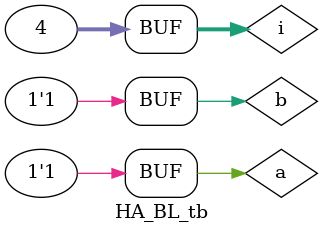
<source format=v>
module HA_BL(S, C, a, b);
    input a,b;
    output reg S,C;

    always @({a,b}) begin
        {S,C} = a + b;
    end
endmodule

module HA_BL_tb;
    reg a,b;
    wire S,C;
    integer i;

    HA_BL inst(S, C, a, b);

    initial begin
        $monitor("A=%0b|B=%0b|S=%0b|C=%0b", a,b,S,C);
        for(i=0;i<4;i=i+1) begin
            {a,b} = i;
            #10;
        end
    end

endmodule
    

</source>
